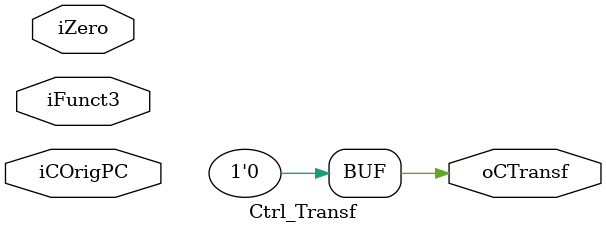
<source format=v>

module Ctrl_Transf (
    input  [2:0] iFunct3,
    input [1:0] iCOrigPC,
    input iZero,    
    output oCTransf
);
assign oCTransf = 1'b0;
/*
always @ ( * ) begin
    case (iCOrigPC)  
        2'b00:// 00 -> Normal
            oCTransf = 1'b0;
        2'b01:// 01 -> Branch 
			  case(iFunct3)
				 F3_BEQ:
					  oCTransf = (iZero) ? 1'b1 : 1'b0;
				 F3_BNE:
					  oCTransf = (!iZero) ? 1'b1 : 1'b0;
				 F3_BLT:
					  oCTransf = (!iZero) ? 1'b1 : 1'b0;
				 F3_BGE:
					  oCTransf = (iZero) ? 1'b1 : 1'b0;
				 F3_BLTU:
					  oCTransf = (!iZero) ? 1'b1 : 1'b0;
				 F3_BGEU:
					  oCTransf = (iZero) ? 1'b1 : 1'b0;
			  endcase
        2'b10:// 10 -> Jal 
            oCTransf = 1'b1;
        2'b11:// 11 -> Jalr
            oCTransf = 1'b1;
        default:
            oCTransf = 1'b0;
    endcase
end
*/
endmodule
</source>
